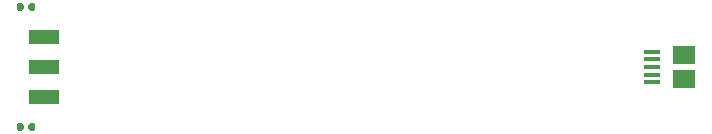
<source format=gbr>
G04 #@! TF.GenerationSoftware,KiCad,Pcbnew,5.1.6+dfsg1-1*
G04 #@! TF.CreationDate,2020-06-20T09:26:12-04:00*
G04 #@! TF.ProjectId,BreadBatt,42726561-6442-4617-9474-2e6b69636164,1*
G04 #@! TF.SameCoordinates,Original*
G04 #@! TF.FileFunction,Paste,Top*
G04 #@! TF.FilePolarity,Positive*
%FSLAX46Y46*%
G04 Gerber Fmt 4.6, Leading zero omitted, Abs format (unit mm)*
G04 Created by KiCad (PCBNEW 5.1.6+dfsg1-1) date 2020-06-20 09:26:12*
%MOMM*%
%LPD*%
G01*
G04 APERTURE LIST*
%ADD10R,1.900000X1.500000*%
%ADD11R,1.350000X0.400000*%
%ADD12R,2.500000X1.250000*%
G04 APERTURE END LIST*
G36*
G01*
X114490000Y-113202500D02*
X114490000Y-112857500D01*
G75*
G02*
X114637500Y-112710000I147500J0D01*
G01*
X114932500Y-112710000D01*
G75*
G02*
X115080000Y-112857500I0J-147500D01*
G01*
X115080000Y-113202500D01*
G75*
G02*
X114932500Y-113350000I-147500J0D01*
G01*
X114637500Y-113350000D01*
G75*
G02*
X114490000Y-113202500I0J147500D01*
G01*
G37*
G36*
G01*
X113520000Y-113202500D02*
X113520000Y-112857500D01*
G75*
G02*
X113667500Y-112710000I147500J0D01*
G01*
X113962500Y-112710000D01*
G75*
G02*
X114110000Y-112857500I0J-147500D01*
G01*
X114110000Y-113202500D01*
G75*
G02*
X113962500Y-113350000I-147500J0D01*
G01*
X113667500Y-113350000D01*
G75*
G02*
X113520000Y-113202500I0J147500D01*
G01*
G37*
G36*
G01*
X113520000Y-103042500D02*
X113520000Y-102697500D01*
G75*
G02*
X113667500Y-102550000I147500J0D01*
G01*
X113962500Y-102550000D01*
G75*
G02*
X114110000Y-102697500I0J-147500D01*
G01*
X114110000Y-103042500D01*
G75*
G02*
X113962500Y-103190000I-147500J0D01*
G01*
X113667500Y-103190000D01*
G75*
G02*
X113520000Y-103042500I0J147500D01*
G01*
G37*
G36*
G01*
X114490000Y-103042500D02*
X114490000Y-102697500D01*
G75*
G02*
X114637500Y-102550000I147500J0D01*
G01*
X114932500Y-102550000D01*
G75*
G02*
X115080000Y-102697500I0J-147500D01*
G01*
X115080000Y-103042500D01*
G75*
G02*
X114932500Y-103190000I-147500J0D01*
G01*
X114637500Y-103190000D01*
G75*
G02*
X114490000Y-103042500I0J147500D01*
G01*
G37*
D10*
X169995100Y-106950000D03*
D11*
X167295100Y-108600000D03*
X167295100Y-109250000D03*
X167295100Y-106650000D03*
X167295100Y-107300000D03*
X167295100Y-107950000D03*
D10*
X169995100Y-108950000D03*
D12*
X115780000Y-110450000D03*
X115780000Y-107950000D03*
X115780000Y-105450000D03*
M02*

</source>
